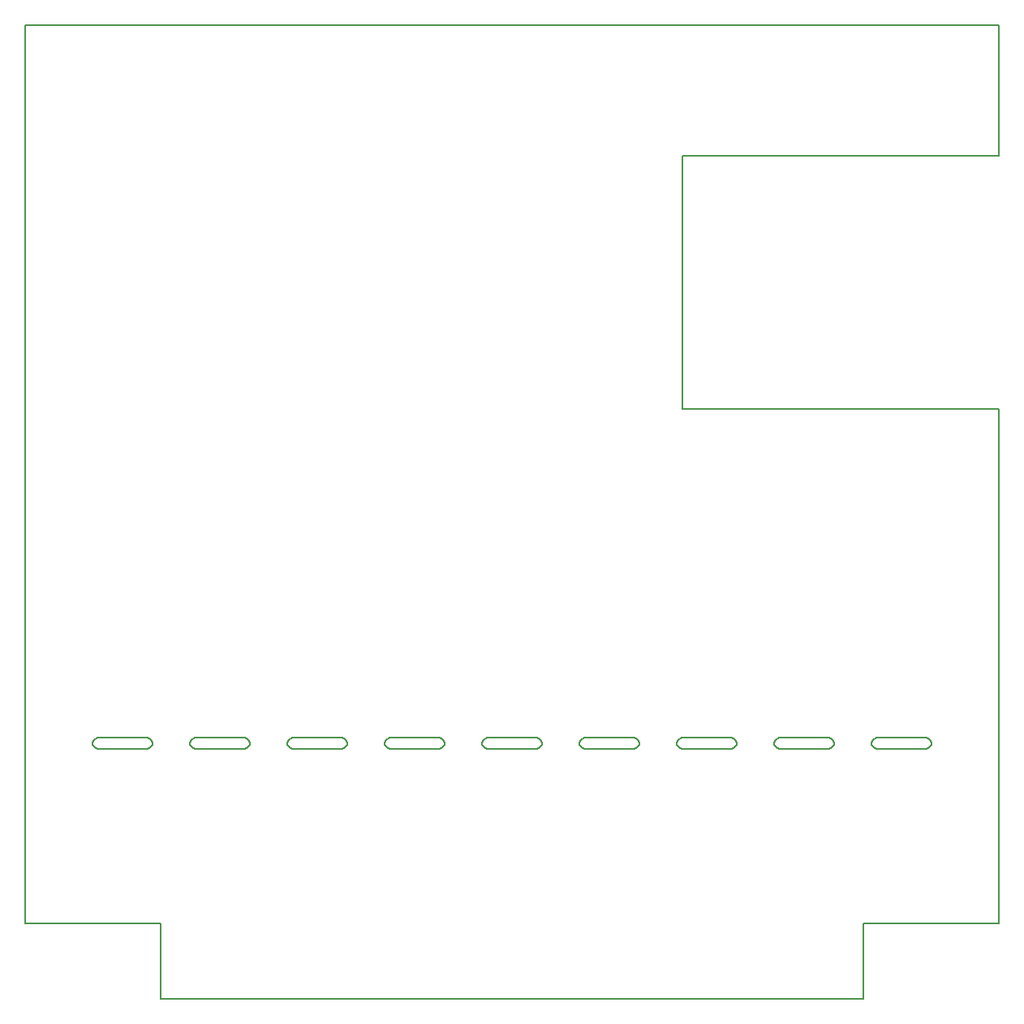
<source format=gko>
G04*
G04 #@! TF.GenerationSoftware,Altium Limited,Altium Designer,21.6.4 (81)*
G04*
G04 Layer_Color=10053222*
%FSLAX25Y25*%
%MOIN*%
G70*
G04*
G04 #@! TF.SameCoordinates,0CBDA3DA-19B2-4F21-B402-8426C952BD09*
G04*
G04*
G04 #@! TF.FilePolarity,Positive*
G04*
G01*
G75*
%ADD13C,0.00600*%
D13*
X370000Y102750D02*
X370976Y102973D01*
X371759Y103597D01*
X372194Y104499D01*
Y105501D01*
X371759Y106403D01*
X370976Y107027D01*
X370000Y107250D01*
X350000D02*
X349024Y107027D01*
X348241Y106403D01*
X347806Y105501D01*
Y104499D01*
X348241Y103597D01*
X349024Y102973D01*
X350000Y102750D01*
X330000D02*
X330976Y102973D01*
X331759Y103597D01*
X332194Y104499D01*
Y105501D01*
X331759Y106403D01*
X330976Y107027D01*
X330000Y107250D01*
X310000D02*
X309024Y107027D01*
X308241Y106403D01*
X307806Y105501D01*
Y104499D01*
X308241Y103597D01*
X309024Y102973D01*
X310000Y102750D01*
X290000D02*
X290976Y102973D01*
X291759Y103597D01*
X292194Y104499D01*
Y105501D01*
X291759Y106403D01*
X290976Y107027D01*
X290000Y107250D01*
X270000D02*
X269024Y107027D01*
X268241Y106403D01*
X267806Y105501D01*
Y104499D01*
X268241Y103597D01*
X269024Y102973D01*
X270000Y102750D01*
X250000D02*
X250976Y102973D01*
X251759Y103597D01*
X252194Y104499D01*
Y105501D01*
X251759Y106403D01*
X250976Y107027D01*
X250000Y107250D01*
X230000D02*
X229024Y107027D01*
X228241Y106403D01*
X227806Y105501D01*
Y104499D01*
X228241Y103597D01*
X229024Y102973D01*
X230000Y102750D01*
X210000D02*
X210976Y102973D01*
X211759Y103597D01*
X212194Y104499D01*
Y105501D01*
X211759Y106403D01*
X210976Y107027D01*
X210000Y107250D01*
X190000D02*
X189024Y107027D01*
X188241Y106403D01*
X187806Y105501D01*
Y104499D01*
X188241Y103597D01*
X189024Y102973D01*
X190000Y102750D01*
X170000D02*
X170976Y102973D01*
X171759Y103597D01*
X172194Y104499D01*
Y105501D01*
X171759Y106403D01*
X170976Y107027D01*
X170000Y107250D01*
X150000D02*
X149024Y107027D01*
X148241Y106403D01*
X147806Y105501D01*
Y104499D01*
X148241Y103597D01*
X149024Y102973D01*
X150000Y102750D01*
X130000D02*
X130976Y102973D01*
X131759Y103597D01*
X132194Y104499D01*
Y105501D01*
X131759Y106403D01*
X130976Y107027D01*
X130000Y107250D01*
X110000D02*
X109024Y107027D01*
X108241Y106403D01*
X107806Y105501D01*
Y104499D01*
X108241Y103597D01*
X109024Y102973D01*
X110000Y102750D01*
X90000D02*
X90976Y102973D01*
X91759Y103597D01*
X92194Y104499D01*
Y105501D01*
X91759Y106403D01*
X90976Y107027D01*
X90000Y107250D01*
X70000D02*
X69024Y107027D01*
X68241Y106403D01*
X67806Y105501D01*
Y104499D01*
X68241Y103597D01*
X69024Y102973D01*
X70000Y102750D01*
X50000D02*
X50976Y102973D01*
X51759Y103597D01*
X52194Y104499D01*
Y105501D01*
X51759Y106403D01*
X50976Y107027D01*
X50000Y107250D01*
X30000D02*
X29024Y107027D01*
X28241Y106403D01*
X27806Y105501D01*
Y104499D01*
X28241Y103597D01*
X29024Y102973D01*
X30000Y102750D01*
X350000D02*
X370000D01*
X350000Y107250D02*
X370000D01*
X310000Y102750D02*
X330000D01*
X310000Y107250D02*
X330000D01*
X270000Y102750D02*
X290000D01*
X270000Y107250D02*
X290000D01*
X230000Y102750D02*
X250000D01*
X230000Y107250D02*
X250000D01*
X190000Y102750D02*
X210000D01*
X190000Y107250D02*
X210000D01*
X150000Y102750D02*
X170000D01*
X150000Y107250D02*
X170000D01*
X110000Y102750D02*
X130000D01*
X110000Y107250D02*
X130000D01*
X70000Y102750D02*
X90000D01*
X70000Y107250D02*
X90000D01*
X30000Y102750D02*
X50000D01*
X30000Y107250D02*
X50000D01*
X400000Y346500D02*
Y400000D01*
X270000Y346500D02*
X400000D01*
X270000Y242500D02*
Y346500D01*
Y242500D02*
X400000D01*
Y31000D02*
Y242500D01*
X344300Y31000D02*
X400000D01*
X0D02*
Y400000D01*
X55700Y0D02*
X344300D01*
X0Y400000D02*
X400000D01*
X344300Y0D02*
Y31000D01*
X0D02*
X55700D01*
Y0D02*
Y31000D01*
M02*

</source>
